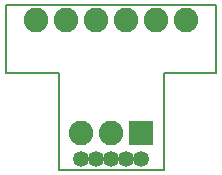
<source format=gbs>
G75*
%MOIN*%
%OFA0B0*%
%FSLAX25Y25*%
%IPPOS*%
%LPD*%
%AMOC8*
5,1,8,0,0,1.08239X$1,22.5*
%
%ADD10C,0.00500*%
%ADD11C,0.05300*%
%ADD12R,0.08200X0.08200*%
%ADD13C,0.08200*%
D10*
X0019000Y0005800D02*
X0019000Y0038300D01*
X0001500Y0038300D01*
X0001500Y0060800D01*
X0071500Y0060800D01*
X0071500Y0038300D01*
X0054000Y0038300D01*
X0054000Y0005800D01*
X0019000Y0005800D01*
D11*
X0026500Y0009500D03*
X0031500Y0009500D03*
X0036500Y0009500D03*
X0041500Y0009500D03*
X0046500Y0009500D03*
D12*
X0046500Y0018300D03*
D13*
X0036500Y0018300D03*
X0026500Y0018300D03*
X0021500Y0055800D03*
X0011500Y0055800D03*
X0031500Y0055800D03*
X0041500Y0055800D03*
X0051500Y0055800D03*
X0061500Y0055800D03*
M02*

</source>
